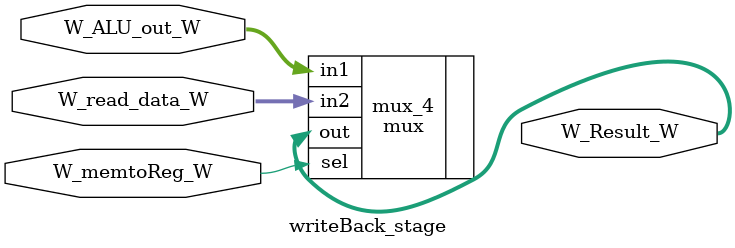
<source format=v>
/*
* Module: Write Back Stage
* File Name: writeBack_stage.v
* Description: Instantiation of blocks in the Write Back stage. 
* Author: Mohamed Elshafie
*/

module writeBack_stage(

    /************************ Input Ports ************************/
    input wire [31:0] W_read_data_W, W_ALU_out_W,

    input wire W_memtoReg_W,

    /************************ Output Ports ************************/
    output wire [31:0] W_Result_W
);


/************************ Code Start ************************/
mux #(.width(31)) mux_4 ( //instantiation of the mux.
    .in1(W_ALU_out_W),
    .in2(W_read_data_W),
    .sel(W_memtoReg_W),
    .out(W_Result_W)
);

endmodule
</source>
